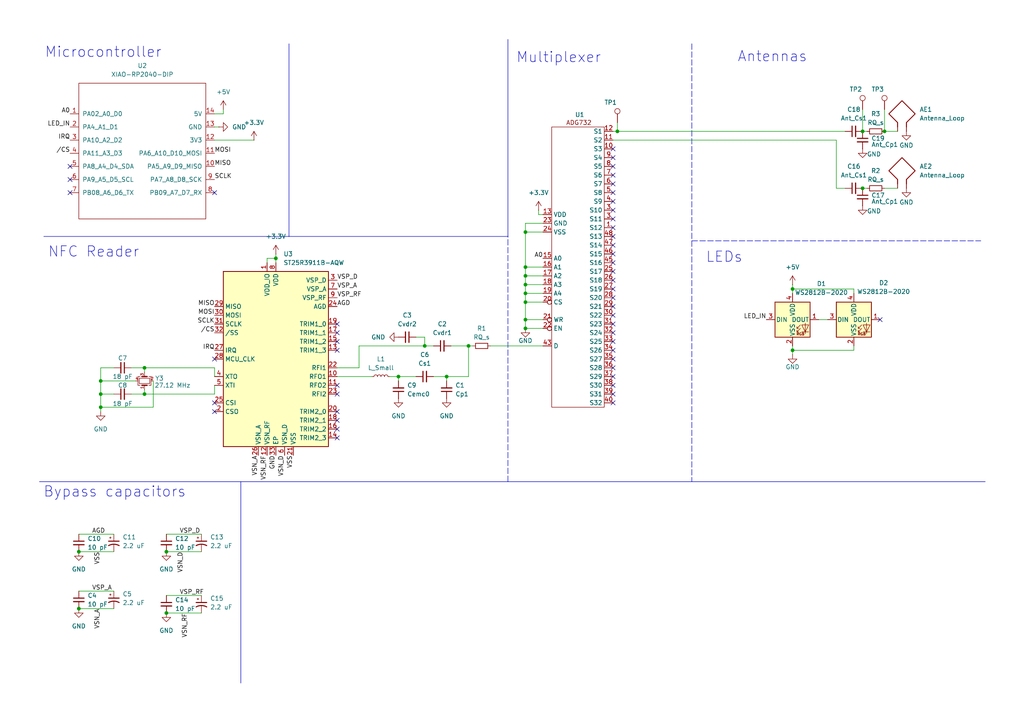
<source format=kicad_sch>
(kicad_sch (version 20250114) (generator "eeschema") (generator_version "9.0")
  (paper "A4")
  (lib_symbols
    (symbol "Connector:TestPoint" (pin_numbers (hide yes)) (pin_names (offset 0.762) (hide yes))
      (property "Reference" "TP" (at 0 6.858 0))
      (property "Value" "TestPoint" (at 0 5.08 0))
      (symbol "TestPoint_0_1"
        (circle (center 0 3.302) (radius 0.762))
      )
      (symbol "TestPoint_1_1"
        (pin passive line (at 0 0 90) (length 2.54) (name "1") (number "1"))
      )
    )
    (symbol "Device:Antenna_Loop" (pin_numbers (hide yes)) (pin_names (offset 1.016) (hide yes))
      (property "Reference" "AE" (at 1.27 6.35 0))
      (property "Value" "Antenna_Loop" (at 1.27 5.08 0))
      (symbol "Antenna_Loop_0_1"
        (polyline (pts (xy 2.54 -3.81) (xy 2.54 -2.54) (xy 5.08 0) (xy 1.27 3.81) (xy -2.54 0) (xy 0 -2.54) (xy 0 -3.81)) (stroke (width 0.254)))
      )
      (symbol "Antenna_Loop_1_1"
        (pin input line (at 0 -5.08 90) (length 2.54) (name "~") (number "1"))
        (pin input line (at 2.54 -5.08 90) (length 2.54) (name "~") (number "2"))
      )
    )
    (symbol "Device:C_Polarized_Small_US" (pin_numbers (hide yes)) (pin_names (offset 0.254) (hide yes))
      (property "Reference" "C" (at 0.254 1.778 0))
      (property "Value" "C_Polarized_Small_US" (at 0.254 -2.032 0))
      (symbol "C_Polarized_Small_US_0_1"
        (polyline (pts (xy -1.524 0.508) (xy 1.524 0.508)) (stroke (width 0.3048)))
        (polyline (pts (xy -1.27 1.524) (xy -0.762 1.524)))
        (polyline (pts (xy -1.016 1.27) (xy -1.016 1.778)))
        (arc (start -1.524 -0.762) (mid 0 -0.3734) (end 1.524 -0.762) (stroke (width 0.3048)))
      )
      (symbol "C_Polarized_Small_US_1_1"
        (pin passive line (at 0 2.54 270) (length 2.032) (name "~") (number "1"))
        (pin passive line (at 0 -2.54 90) (length 2.032) (name "~") (number "2"))
      )
    )
    (symbol "Device:C_Small" (pin_numbers (hide yes)) (pin_names (offset 0.254) (hide yes))
      (property "Reference" "C" (at 0.254 1.778 0))
      (property "Value" "C_Small" (at 0.254 -2.032 0))
      (symbol "C_Small_0_1"
        (polyline (pts (xy -1.524 0.508) (xy 1.524 0.508)) (stroke (width 0.3048)))
        (polyline (pts (xy -1.524 -0.508) (xy 1.524 -0.508)) (stroke (width 0.3302)))
      )
      (symbol "C_Small_1_1"
        (pin passive line (at 0 2.54 270) (length 2.032) (name "~") (number "1"))
        (pin passive line (at 0 -2.54 90) (length 2.032) (name "~") (number "2"))
      )
    )
    (symbol "Device:Crystal_GND24_Small" (pin_names (offset 1.016) (hide yes))
      (property "Reference" "Y" (at 1.27 4.445 0))
      (property "Value" "Crystal_GND24_Small" (at 1.27 2.54 0))
      (symbol "Crystal_GND24_Small_0_1"
        (polyline (pts (xy -1.27 1.27) (xy -1.27 1.905) (xy 1.27 1.905) (xy 1.27 1.27)))
        (polyline (pts (xy -1.27 -0.762) (xy -1.27 0.762)) (stroke (width 0.381)))
        (polyline (pts (xy -1.27 -1.27) (xy -1.27 -1.905) (xy 1.27 -1.905) (xy 1.27 -1.27)))
        (rectangle (start -0.762 -1.524) (end 0.762 1.524))
        (polyline (pts (xy 1.27 -0.762) (xy 1.27 0.762)) (stroke (width 0.381)))
      )
      (symbol "Crystal_GND24_Small_1_1"
        (pin passive line (at -2.54 0 0) (length 1.27) (name "1") (number "1"))
        (pin passive line (at 0 2.54 270) (length 0.635) (name "4") (number "4"))
        (pin passive line (at 0 -2.54 90) (length 0.635) (name "2") (number "2"))
        (pin passive line (at 2.54 0 180) (length 1.27) (name "3") (number "3"))
      )
    )
    (symbol "Device:L_Small" (pin_numbers (hide yes)) (pin_names (offset 0.254) (hide yes))
      (property "Reference" "L" (at 0.762 1.016 0))
      (property "Value" "L_Small" (at 0.762 -1.016 0))
      (symbol "L_Small_0_1"
        (arc (start 0 2.032) (mid 0.5058 1.524) (end 0 1.016))
        (arc (start 0 1.016) (mid 0.5058 0.508) (end 0 0))
        (arc (start 0 0) (mid 0.5058 -0.508) (end 0 -1.016))
        (arc (start 0 -1.016) (mid 0.5058 -1.524) (end 0 -2.032))
      )
      (symbol "L_Small_1_1"
        (pin passive line (at 0 2.54 270) (length 0.508) (name "~") (number "1"))
        (pin passive line (at 0 -2.54 90) (length 0.508) (name "~") (number "2"))
      )
    )
    (symbol "Device:R_Small" (pin_numbers (hide yes)) (pin_names (offset 0.254) (hide yes))
      (property "Reference" "R" (at 0.762 0.508 0))
      (property "Value" "R_Small" (at 0.762 -1.016 0))
      (symbol "R_Small_0_1"
        (rectangle (start -0.762 1.778) (end 0.762 -1.778) (stroke (width 0.2032)))
      )
      (symbol "R_Small_1_1"
        (pin passive line (at 0 2.54 270) (length 0.762) (name "~") (number "1"))
        (pin passive line (at 0 -2.54 90) (length 0.762) (name "~") (number "2"))
      )
    )
    (symbol "LED:WS2812B-2020" (pin_names (offset 0.254))
      (property "Reference" "D" (at 5.08 5.715 0))
      (property "Value" "WS2812B-2020" (at 1.27 -5.715 0))
      (symbol "WS2812B-2020_0_0"
        (text "RGB" (at 2.286 -4.191 0) (effects (font (size 0.762 0.762))))
      )
      (symbol "WS2812B-2020_0_1"
        (polyline (pts (xy 1.27 -2.54) (xy 1.778 -2.54)))
        (polyline (pts (xy 1.27 -3.556) (xy 1.778 -3.556)))
        (polyline (pts (xy 2.286 -1.524) (xy 1.27 -2.54) (xy 1.27 -2.032)))
        (polyline (pts (xy 2.286 -2.54) (xy 1.27 -3.556) (xy 1.27 -3.048)))
        (polyline (pts (xy 3.683 -1.016) (xy 3.683 -3.556) (xy 3.683 -4.064)))
        (polyline (pts (xy 4.699 -1.524) (xy 2.667 -1.524) (xy 3.683 -3.556) (xy 4.699 -1.524)))
        (polyline (pts (xy 4.699 -3.556) (xy 2.667 -3.556)))
        (rectangle (start 5.08 5.08) (end -5.08 -5.08) (stroke (width 0.254)) (fill (type background)))
      )
      (symbol "WS2812B-2020_1_1"
        (pin input line (at -7.62 0 0) (length 2.54) (name "DIN") (number "3"))
        (pin power_in line (at 0 7.62 270) (length 2.54) (name "VDD") (number "4"))
        (pin power_in line (at 0 -7.62 90) (length 2.54) (name "VSS") (number "2"))
        (pin output line (at 7.62 0 180) (length 2.54) (name "DOUT") (number "1"))
      )
    )
    (symbol "RF_NFC:ST25R3911B-AQW"
      (property "Reference" "U" (at -13.97 26.67 0))
      (property "Value" "ST25R3911B-AQW" (at 10.16 26.67 0))
      (symbol "ST25R3911B-AQW_0_1"
        (rectangle (start -15.24 25.4) (end 15.24 -25.4) (stroke (width 0.254)) (fill (type background)))
      )
      (symbol "ST25R3911B-AQW_1_1"
        (pin output line (at -17.78 15.24 0) (length 2.54) (name "MISO") (number "29"))
        (pin input line (at -17.78 12.7 0) (length 2.54) (name "MOSI") (number "30"))
        (pin input line (at -17.78 10.16 0) (length 2.54) (name "SCLK") (number "31"))
        (pin input line (at -17.78 7.62 0) (length 2.54) (name "/SS") (number "32"))
        (pin output line (at -17.78 2.54 0) (length 2.54) (name "IRQ") (number "27"))
        (pin output line (at -17.78 0 0) (length 2.54) (name "MCU_CLK") (number "28"))
        (pin output line (at -17.78 -5.08 0) (length 2.54) (name "XTO") (number "4"))
        (pin passive line (at -17.78 -7.62 0) (length 2.54) (name "XTI") (number "5"))
        (pin passive line (at -17.78 -12.7 0) (length 2.54) (name "CSI") (number "25"))
        (pin output line (at -17.78 -15.24 0) (length 2.54) (name "CSO") (number "2"))
        (pin power_in line (at -5.08 -27.94 90) (length 2.54) (name "VSN_A") (number "26"))
        (pin power_in line (at -2.54 27.94 270) (length 2.54) (name "VDD_IO") (number "1"))
        (pin power_in line (at -2.54 -27.94 90) (length 2.54) (name "VSN_RF") (number "12"))
        (pin power_in line (at 0 27.94 270) (length 2.54) (name "VDD") (number "8"))
        (pin power_in line (at 0 -27.94 90) (length 2.54) (name "EP") (number "33"))
        (pin power_in line (at 2.54 -27.94 90) (length 2.54) (name "VSN_D") (number "6"))
        (pin power_in line (at 5.08 -27.94 90) (length 2.54) (name "VSS") (number "21"))
        (pin power_out line (at 17.78 22.86 180) (length 2.54) (name "VSP_D") (number "3"))
        (pin power_out line (at 17.78 20.32 180) (length 2.54) (name "VSP_A") (number "7"))
        (pin power_out line (at 17.78 17.78 180) (length 2.54) (name "VSP_RF") (number "9"))
        (pin passive line (at 17.78 15.24 180) (length 2.54) (name "AGD") (number "24"))
        (pin passive line (at 17.78 10.16 180) (length 2.54) (name "TRIM1_0") (number "19"))
        (pin passive line (at 17.78 7.62 180) (length 2.54) (name "TRIM1_1") (number "17"))
        (pin passive line (at 17.78 5.08 180) (length 2.54) (name "TRIM1_2") (number "15"))
        (pin passive line (at 17.78 2.54 180) (length 2.54) (name "TRIM1_3") (number "13"))
        (pin passive line (at 17.78 -2.54 180) (length 2.54) (name "RFI1") (number "22"))
        (pin output line (at 17.78 -5.08 180) (length 2.54) (name "RFO1") (number "10"))
        (pin output line (at 17.78 -7.62 180) (length 2.54) (name "RFO2") (number "11"))
        (pin passive line (at 17.78 -10.16 180) (length 2.54) (name "RFI2") (number "23"))
        (pin passive line (at 17.78 -15.24 180) (length 2.54) (name "TRIM2_0") (number "20"))
        (pin passive line (at 17.78 -17.78 180) (length 2.54) (name "TRIM2_1") (number "18"))
        (pin passive line (at 17.78 -20.32 180) (length 2.54) (name "TRIM2_2") (number "16"))
        (pin passive line (at 17.78 -22.86 180) (length 2.54) (name "TRIM2_3") (number "14"))
      )
    )
    (symbol "Seeeduino:XIAO-RP2040-DIP" (pin_names (offset 1.016))
      (property "Reference" "U" (at -18.542 23.114 0))
      (property "Value" "XIAO-RP2040-DIP" (at -10.16 21.336 0))
      (symbol "XIAO-RP2040-DIP_0_1"
        (rectangle (start -19.05 20.32) (end 17.78 -19.05))
      )
      (symbol "XIAO-RP2040-DIP_1_1"
        (pin passive line (at -21.59 11.43 0) (length 2.54) (name "PA02_A0_D0") (number "1"))
        (pin passive line (at -21.59 7.62 0) (length 2.54) (name "PA4_A1_D1") (number "2"))
        (pin passive line (at -21.59 3.81 0) (length 2.54) (name "PA10_A2_D2") (number "3"))
        (pin passive line (at -21.59 0 0) (length 2.54) (name "PA11_A3_D3") (number "4"))
        (pin passive line (at -21.59 -3.81 0) (length 2.54) (name "PA8_A4_D4_SDA") (number "5"))
        (pin passive line (at -21.59 -7.62 0) (length 2.54) (name "PA9_A5_D5_SCL") (number "6"))
        (pin passive line (at -21.59 -11.43 0) (length 2.54) (name "PB08_A6_D6_TX") (number "7"))
        (pin passive line (at 20.32 11.43 180) (length 2.54) (name "5V") (number "14"))
        (pin passive line (at 20.32 7.62 180) (length 2.54) (name "GND") (number "13"))
        (pin passive line (at 20.32 3.81 180) (length 2.54) (name "3V3") (number "12"))
        (pin passive line (at 20.32 0 180) (length 2.54) (name "PA6_A10_D10_MOSI") (number "11"))
        (pin passive line (at 20.32 -3.81 180) (length 2.54) (name "PA5_A9_D9_MISO") (number "10"))
        (pin passive line (at 20.32 -7.62 180) (length 2.54) (name "PA7_A8_D8_SCK") (number "9"))
        (pin passive line (at 20.32 -11.43 180) (length 2.54) (name "PB09_A7_D7_RX") (number "8"))
      )
    )
    (symbol "power:+3.3V" (power) (pin_numbers (hide yes)) (pin_names (offset 0) (hide yes))
      (property "Value" "+3.3V" (at 0 3.556 0))
      (symbol "+3.3V_0_1"
        (polyline (pts (xy -0.762 1.27) (xy 0 2.54)))
        (polyline (pts (xy 0 2.54) (xy 0.762 1.27)))
        (polyline (pts (xy 0 0) (xy 0 2.54)))
      )
      (symbol "+3.3V_1_1"
        (pin power_in line (at 0 0 90) (length 0) (name "~") (number "1"))
      )
    )
    (symbol "power:+5V" (power) (pin_numbers (hide yes)) (pin_names (offset 0) (hide yes))
      (property "Value" "+5V" (at 0 3.556 0))
      (symbol "+5V_0_1"
        (polyline (pts (xy -0.762 1.27) (xy 0 2.54)))
        (polyline (pts (xy 0 2.54) (xy 0.762 1.27)))
        (polyline (pts (xy 0 0) (xy 0 2.54)))
      )
      (symbol "+5V_1_1"
        (pin power_in line (at 0 0 90) (length 0) (name "~") (number "1"))
      )
    )
    (symbol "power:GND" (power) (pin_numbers (hide yes)) (pin_names (offset 0) (hide yes))
      (property "Value" "GND" (at 0 -3.81 0))
      (symbol "GND_0_1"
        (polyline (pts (xy 0 0) (xy 0 -1.27) (xy 1.27 -1.27) (xy 0 -2.54) (xy -1.27 -1.27) (xy 0 -1.27)))
      )
      (symbol "GND_1_1"
        (pin power_in line (at 0 0 270) (length 0) (name "~") (number "1"))
      )
    )
    (symbol "specific:ADG732"
      (property "Reference" "U" (at 7.62 3.556 0))
      (symbol "ADG732_1_1"
        (rectangle (start 0 0) (end 15.24 -81.28))
        (text "ADG732" (at 7.874 1.27 0) (effects (font (size 1.27 1.27))))
        (pin power_in line (at -2.54 -25.4 0) (length 2.54) (name "VDD") (number "13"))
        (pin tri_state line (at -2.54 -25.4 0) (length 2.54) (hide yes) (name "VDD") (number "14"))
        (pin power_in line (at -2.54 -27.94 0) (length 2.54) (name "GND") (number "23"))
        (pin power_in line (at -2.54 -30.48 0) (length 2.54) (name "VSS") (number "24"))
        (pin input line (at -2.54 -38.1 0) (length 2.54) (name "A0") (number "15"))
        (pin input line (at -2.54 -40.64 0) (length 2.54) (name "A1") (number "16"))
        (pin input line (at -2.54 -43.18 0) (length 2.54) (name "A2") (number "17"))
        (pin input line (at -2.54 -45.72 0) (length 2.54) (name "A3") (number "18"))
        (pin input line (at -2.54 -48.26 0) (length 2.54) (name "A4") (number "19"))
        (pin input inverted (at -2.54 -50.8 0) (length 2.54) (name "CS") (number "20"))
        (pin input inverted (at -2.54 -55.88 0) (length 2.54) (name "WR") (number "21"))
        (pin input inverted (at -2.54 -58.42 0) (length 2.54) (name "EN") (number "22"))
        (pin bidirectional line (at -2.54 -63.5 0) (length 2.54) (name "D") (number "43"))
        (pin no_connect non_logic (at 7.62 -40.64 90) (length 2.54) (hide yes) (name "NIC") (number "41"))
        (pin no_connect non_logic (at 7.62 -40.64 90) (length 2.54) (hide yes) (name "NIC") (number "42"))
        (pin no_connect non_logic (at 7.62 -40.64 90) (length 2.54) (hide yes) (name "NIC") (number "44"))
        (pin tri_state line (at 17.78 -1.27 180) (length 2.54) (name "S1") (number "12"))
        (pin tri_state line (at 17.78 -3.81 180) (length 2.54) (name "S2") (number "11"))
        (pin tri_state line (at 17.78 -6.35 180) (length 2.54) (name "S3") (number "10"))
        (pin tri_state line (at 17.78 -8.89 180) (length 2.54) (name "S4") (number "9"))
        (pin tri_state line (at 17.78 -11.43 180) (length 2.54) (name "S5") (number "8"))
        (pin tri_state line (at 17.78 -13.97 180) (length 2.54) (name "S6") (number "7"))
        (pin tri_state line (at 17.78 -16.51 180) (length 2.54) (name "S7") (number "6"))
        (pin tri_state line (at 17.78 -19.05 180) (length 2.54) (name "S8") (number "5"))
        (pin tri_state line (at 17.78 -21.59 180) (length 2.54) (name "S9") (number "4"))
        (pin tri_state line (at 17.78 -24.13 180) (length 2.54) (name "S10") (number "3"))
        (pin tri_state line (at 17.78 -26.67 180) (length 2.54) (name "S11") (number "3"))
        (pin tri_state line (at 17.78 -29.21 180) (length 2.54) (name "S12") (number "1"))
        (pin tri_state line (at 17.78 -31.75 180) (length 2.54) (name "S13") (number "48"))
        (pin tri_state line (at 17.78 -34.29 180) (length 2.54) (name "S14") (number "47"))
        (pin tri_state line (at 17.78 -36.83 180) (length 2.54) (name "S15") (number "46"))
        (pin tri_state line (at 17.78 -39.37 180) (length 2.54) (name "S16") (number "45"))
        (pin tri_state line (at 17.78 -41.91 180) (length 2.54) (name "S17") (number "25"))
        (pin tri_state line (at 17.78 -44.45 180) (length 2.54) (name "S18") (number "26"))
        (pin tri_state line (at 17.78 -46.99 180) (length 2.54) (name "S19") (number "27"))
        (pin tri_state line (at 17.78 -49.53 180) (length 2.54) (name "S20") (number "28"))
        (pin tri_state line (at 17.78 -52.07 180) (length 2.54) (name "S21") (number "29"))
        (pin tri_state line (at 17.78 -54.61 180) (length 2.54) (name "S22") (number "30"))
        (pin tri_state line (at 17.78 -57.15 180) (length 2.54) (name "S23") (number "31"))
        (pin tri_state line (at 17.78 -59.69 180) (length 2.54) (name "S24") (number "32"))
        (pin tri_state line (at 17.78 -62.23 180) (length 2.54) (name "S25") (number "33"))
        (pin tri_state line (at 17.78 -64.77 180) (length 2.54) (name "S26") (number "34"))
        (pin tri_state line (at 17.78 -67.31 180) (length 2.54) (name "S27") (number "35"))
        (pin tri_state line (at 17.78 -69.85 180) (length 2.54) (name "S28") (number "36"))
        (pin tri_state line (at 17.78 -72.39 180) (length 2.54) (name "S29") (number "37"))
        (pin tri_state line (at 17.78 -74.93 180) (length 2.54) (name "S30") (number "38"))
        (pin tri_state line (at 17.78 -77.47 180) (length 2.54) (name "S31") (number "39"))
        (pin tri_state line (at 17.78 -80.01 180) (length 2.54) (name "S32") (number "40"))
      )
    )
  )
  (text "Multiplexer" (at 162.052 16.764 0) (effects (font (size 3 3))))
  (text "Microcontroller" (at 29.972 15.24 0) (effects (font (size 3 3))))
  (text "LEDs" (at 210.058 74.676 0) (effects (font (size 3 3))))
  (text "Bypass capacitors" (at 33.274 142.748 0) (effects (font (size 3 3))))
  (text "Antennas" (at 224.028 16.51 0) (effects (font (size 3 3))))
  (text "NFC Reader" (at 27.178 73.152 0) (effects (font (size 3 3))))
  (junction (at 152.4 95.25))
  (junction (at 41.91 114.3))
  (junction (at 152.4 85.09))
  (junction (at 80.01 74.93))
  (junction (at 179.07 38.1))
  (junction (at 123.19 100.33))
  (junction (at 41.91 106.68))
  (junction (at 250.19 38.1))
  (junction (at 152.4 80.01))
  (junction (at 152.4 87.63))
  (junction (at 152.4 92.71))
  (junction (at 250.19 54.61))
  (junction (at 29.21 110.49))
  (junction (at 48.26 160.02))
  (junction (at 22.86 176.53))
  (junction (at 29.21 118.11))
  (junction (at 48.26 177.8))
  (junction (at 229.87 83.82))
  (junction (at 135.89 100.33))
  (junction (at 29.21 114.3))
  (junction (at 152.4 82.55))
  (junction (at 22.86 160.02))
  (junction (at 152.4 67.31))
  (junction (at 152.4 77.47))
  (junction (at 115.57 109.22))
  (junction (at 129.54 109.22))
  (junction (at 229.87 101.6))
  (junction (at 256.54 38.1))
  (no_connect (at 177.8 104.14))
  (no_connect (at 20.32 48.26))
  (no_connect (at 177.8 116.84))
  (no_connect (at 177.8 83.82))
  (no_connect (at 62.23 119.38))
  (no_connect (at 177.8 68.58))
  (no_connect (at 20.32 52.07))
  (no_connect (at 177.8 43.18))
  (no_connect (at 97.79 127))
  (no_connect (at 97.79 111.76))
  (no_connect (at 177.8 50.8))
  (no_connect (at 177.8 76.2))
  (no_connect (at 97.79 96.52))
  (no_connect (at 177.8 58.42))
  (no_connect (at 177.8 88.9))
  (no_connect (at 177.8 78.74))
  (no_connect (at 62.23 55.88))
  (no_connect (at 97.79 101.6))
  (no_connect (at 177.8 109.22))
  (no_connect (at 177.8 73.66))
  (no_connect (at 177.8 111.76))
  (no_connect (at 177.8 86.36))
  (no_connect (at 177.8 55.88))
  (no_connect (at 97.79 119.38))
  (no_connect (at 177.8 96.52))
  (no_connect (at 177.8 53.34))
  (no_connect (at 177.8 93.98))
  (no_connect (at 177.8 45.72))
  (no_connect (at 177.8 114.3))
  (no_connect (at 255.27 92.71))
  (no_connect (at 177.8 81.28))
  (no_connect (at 97.79 99.06))
  (no_connect (at 97.79 121.92))
  (no_connect (at 177.8 99.06))
  (no_connect (at 20.32 55.88))
  (no_connect (at 177.8 66.04))
  (no_connect (at 97.79 124.46))
  (no_connect (at 62.23 104.14))
  (no_connect (at 177.8 60.96))
  (no_connect (at 62.23 116.84))
  (no_connect (at 97.79 93.98))
  (no_connect (at 177.8 63.5))
  (no_connect (at 177.8 48.26))
  (no_connect (at 177.8 106.68))
  (no_connect (at 177.8 71.12))
  (no_connect (at 177.8 101.6))
  (no_connect (at 97.79 114.3))
  (no_connect (at 177.8 91.44))
  (wire (pts (xy 152.4 95.25) (xy 152.4 92.71)))
  (wire (pts (xy 245.11 54.61) (xy 242.57 54.61)))
  (wire (pts (xy 156.21 60.96) (xy 156.21 62.23)))
  (wire (pts (xy 44.45 118.11) (xy 29.21 118.11)))
  (wire (pts (xy 29.21 114.3) (xy 33.02 114.3)))
  (wire (pts (xy 157.48 85.09) (xy 152.4 85.09)))
  (wire (pts (xy 22.86 160.02) (xy 33.02 160.02)))
  (wire (pts (xy 80.01 73.66) (xy 80.01 74.93)))
  (wire (pts (xy 62.23 36.83) (xy 63.5 36.83)))
  (wire (pts (xy 77.47 74.93) (xy 77.47 76.2)))
  (wire (pts (xy 44.45 110.49) (xy 44.45 118.11)))
  (wire (pts (xy 256.54 38.1) (xy 260.35 38.1)))
  (wire (pts (xy 41.91 106.68) (xy 62.23 106.68)))
  (wire (pts (xy 247.65 85.09) (xy 247.65 83.82)))
  (wire (pts (xy 41.91 114.3) (xy 62.23 114.3)))
  (wire (pts (xy 250.19 54.61) (xy 251.46 54.61)))
  (wire (pts (xy 80.01 74.93) (xy 80.01 76.2)))
  (polyline (pts (xy 147.32 11.43) (xy 147.32 68.58)))
  (wire (pts (xy 115.57 109.22) (xy 120.65 109.22)))
  (wire (pts (xy 123.19 100.33) (xy 104.14 100.33)))
  (wire (pts (xy 29.21 114.3) (xy 29.21 118.11)))
  (wire (pts (xy 152.4 77.47) (xy 152.4 80.01)))
  (wire (pts (xy 156.21 62.23) (xy 157.48 62.23)))
  (wire (pts (xy 137.16 100.33) (xy 135.89 100.33)))
  (wire (pts (xy 229.87 82.55) (xy 229.87 83.82)))
  (wire (pts (xy 125.73 109.22) (xy 129.54 109.22)))
  (wire (pts (xy 113.03 109.22) (xy 115.57 109.22)))
  (polyline (pts (xy 147.32 139.7) (xy 147.32 68.58)) (stroke (width 0) (type dash)))
  (polyline (pts (xy 12.7 68.58) (xy 83.82 68.58)))
  (wire (pts (xy 177.8 38.1) (xy 179.07 38.1)))
  (wire (pts (xy 152.4 87.63) (xy 157.48 87.63)))
  (wire (pts (xy 41.91 106.68) (xy 41.91 107.95)))
  (polyline (pts (xy 11.43 139.7) (xy 69.85 139.7)))
  (wire (pts (xy 242.57 54.61) (xy 242.57 40.64)))
  (wire (pts (xy 229.87 83.82) (xy 247.65 83.82)))
  (wire (pts (xy 48.26 154.94) (xy 58.42 154.94)))
  (wire (pts (xy 62.23 109.22) (xy 62.23 106.68)))
  (wire (pts (xy 48.26 172.72) (xy 58.42 172.72)))
  (wire (pts (xy 152.4 82.55) (xy 152.4 80.01)))
  (wire (pts (xy 120.65 97.79) (xy 123.19 97.79)))
  (wire (pts (xy 142.24 100.33) (xy 157.48 100.33)))
  (wire (pts (xy 179.07 35.56) (xy 179.07 38.1)))
  (wire (pts (xy 152.4 67.31) (xy 157.48 67.31)))
  (wire (pts (xy 129.54 109.22) (xy 129.54 110.49)))
  (wire (pts (xy 64.77 33.02) (xy 64.77 31.75)))
  (wire (pts (xy 157.48 82.55) (xy 152.4 82.55)))
  (wire (pts (xy 29.21 110.49) (xy 29.21 106.68)))
  (wire (pts (xy 80.01 74.93) (xy 77.47 74.93)))
  (wire (pts (xy 152.4 92.71) (xy 157.48 92.71)))
  (wire (pts (xy 62.23 40.64) (xy 73.66 40.64)))
  (polyline (pts (xy 200.66 69.85) (xy 284.48 69.85)) (stroke (width 0) (type dash)))
  (wire (pts (xy 152.4 77.47) (xy 157.48 77.47)))
  (polyline (pts (xy 200.66 12.7) (xy 200.66 139.7)) (stroke (width 0) (type dash)))
  (wire (pts (xy 48.26 160.02) (xy 58.42 160.02)))
  (wire (pts (xy 179.07 38.1) (xy 245.11 38.1)))
  (wire (pts (xy 152.4 67.31) (xy 152.4 77.47)))
  (wire (pts (xy 62.23 111.76) (xy 62.23 114.3)))
  (polyline (pts (xy 147.32 68.58) (xy 83.82 68.58)))
  (wire (pts (xy 38.1 114.3) (xy 41.91 114.3)))
  (wire (pts (xy 48.26 177.8) (xy 58.42 177.8)))
  (wire (pts (xy 152.4 92.71) (xy 152.4 87.63)))
  (wire (pts (xy 22.86 154.94) (xy 33.02 154.94)))
  (wire (pts (xy 250.19 38.1) (xy 251.46 38.1)))
  (wire (pts (xy 29.21 114.3) (xy 29.21 110.49)))
  (wire (pts (xy 229.87 100.33) (xy 229.87 101.6)))
  (wire (pts (xy 104.14 106.68) (xy 97.79 106.68)))
  (wire (pts (xy 123.19 97.79) (xy 123.19 100.33)))
  (polyline (pts (xy 69.85 139.7) (xy 147.32 139.7)))
  (wire (pts (xy 250.19 31.75) (xy 250.19 38.1)))
  (wire (pts (xy 104.14 100.33) (xy 104.14 106.68)))
  (wire (pts (xy 247.65 101.6) (xy 247.65 100.33)))
  (wire (pts (xy 29.21 110.49) (xy 39.37 110.49)))
  (polyline (pts (xy 147.32 139.7) (xy 285.75 139.7)))
  (wire (pts (xy 115.57 109.22) (xy 115.57 110.49)))
  (wire (pts (xy 62.23 33.02) (xy 64.77 33.02)))
  (wire (pts (xy 152.4 85.09) (xy 152.4 87.63)))
  (wire (pts (xy 256.54 31.75) (xy 256.54 38.1)))
  (wire (pts (xy 135.89 100.33) (xy 135.89 109.22)))
  (polyline (pts (xy 83.82 12.7) (xy 83.82 68.58)))
  (wire (pts (xy 41.91 113.03) (xy 41.91 114.3)))
  (wire (pts (xy 229.87 101.6) (xy 247.65 101.6)))
  (polyline (pts (xy 69.85 198.12) (xy 69.85 139.7)))
  (wire (pts (xy 125.73 100.33) (xy 123.19 100.33)))
  (wire (pts (xy 229.87 101.6) (xy 229.87 102.87)))
  (wire (pts (xy 256.54 54.61) (xy 260.35 54.61)))
  (wire (pts (xy 229.87 83.82) (xy 229.87 85.09)))
  (wire (pts (xy 129.54 109.22) (xy 135.89 109.22)))
  (wire (pts (xy 97.79 109.22) (xy 107.95 109.22)))
  (wire (pts (xy 22.86 171.45) (xy 33.02 171.45)))
  (wire (pts (xy 157.48 95.25) (xy 152.4 95.25)))
  (wire (pts (xy 152.4 64.77) (xy 152.4 67.31)))
  (wire (pts (xy 22.86 176.53) (xy 33.02 176.53)))
  (wire (pts (xy 152.4 82.55) (xy 152.4 85.09)))
  (wire (pts (xy 38.1 106.68) (xy 41.91 106.68)))
  (wire (pts (xy 29.21 118.11) (xy 29.21 119.38)))
  (wire (pts (xy 157.48 64.77) (xy 152.4 64.77)))
  (wire (pts (xy 237.49 92.71) (xy 240.03 92.71)))
  (wire (pts (xy 29.21 106.68) (xy 33.02 106.68)))
  (wire (pts (xy 130.81 100.33) (xy 135.89 100.33)))
  (wire (pts (xy 152.4 80.01) (xy 157.48 80.01)))
  (wire (pts (xy 177.8 40.64) (xy 242.57 40.64)))
  (label "VSN_D" (at 82.55 132.08 270))
  (label "VSP_D" (at 97.79 81.28 0))
  (label "VSP_A" (at 26.67 171.45 0))
  (label "MISO" (at 62.23 48.26 0))
  (label "VSN_RF" (at 77.47 132.08 270))
  (label "VSP_RF" (at 97.79 86.36 0))
  (label "SCLK" (at 62.23 52.07 0))
  (label "MISO" (at 62.23 88.9 180))
  (label "{slash}CS" (at 20.32 44.45 180))
  (label "GND" (at 80.01 132.08 270))
  (label "LED_IN" (at 222.25 92.71 180))
  (label "VSN_A" (at 29.21 176.53 270))
  (label "VSP_RF" (at 52.07 172.72 0))
  (label "A0" (at 20.32 33.02 180))
  (label "SCLK" (at 62.23 93.98 180))
  (label "AGD" (at 97.79 88.9 0))
  (label "AGD" (at 26.67 154.94 0))
  (label "VSP_A" (at 97.79 83.82 0))
  (label "IRQ" (at 20.32 40.64 180))
  (label "VSN_RF" (at 54.61 177.8 270))
  (label "MOSI" (at 62.23 44.45 0))
  (label "VSN_D" (at 53.34 160.02 270))
  (label "{slash}CS" (at 62.23 96.52 180))
  (label "A0" (at 157.48 74.93 180))
  (label "VSN_A" (at 74.93 132.08 270))
  (label "MOSI" (at 62.23 91.44 180))
  (label "LED_IN" (at 20.32 36.83 180))
  (label "VSP_D" (at 52.07 154.94 0))
  (label "VSS" (at 29.21 160.02 270))
  (label "IRQ" (at 62.23 101.6 180))
  (label "VSS" (at 85.09 132.08 270))
  (symbol (lib_id "Device:C_Small") (at 48.26 157.48 0) (unit 1)
    (property "Reference" "C12" (at 50.8 156.2162 0) (effects (justify left)))
    (property "Value" "10 pF" (at 50.8 158.7562 0) (effects (justify left)))
    (property "Footprint" "Capacitor_SMD:C_0805_2012Metric" (effects (hide yes)))
    (property "Description" "Unpolarized capacitor, small symbol" (effects (hide yes)))
  )
  (symbol (lib_id "Device:Antenna_Loop") (at 260.35 33.02 0) (unit 1)
    (property "Reference" "AE1" (at 266.7 31.7499 0) (effects (justify left)))
    (property "Value" "Antenna_Loop" (at 266.7 34.2899 0) (effects (justify left)))
    (property "Footprint" "nfc_antenna:NFC_antenna" (effects (hide yes)))
    (property "Description" "Loop antenna" (effects (hide yes)))
  )
  (symbol (lib_id "Device:C_Polarized_Small_US") (at 33.02 173.99 0) (unit 1)
    (property "Reference" "C5" (at 35.56 172.2881 0) (effects (justify left)))
    (property "Value" "2.2 uF" (at 35.56 174.8281 0) (effects (justify left)))
    (property "Footprint" "Capacitor_SMD:C_0805_2012Metric" (effects (hide yes)))
    (property "Description" "Polarized capacitor, small US symbol" (effects (hide yes)))
  )
  (symbol (lib_id "power:GND") (at 250.19 43.18 0) (unit 1)
    (property "Reference" "#PWR02" (effects (hide yes)))
    (property "Value" "GND" (at 253.492 44.704 0))
    (property "Description" "Power symbol creates a global label with name \"GND\" , ground" (effects (hide yes)))
  )
  (symbol (lib_id "Device:C_Small") (at 247.65 38.1 90) (unit 1)
    (property "Reference" "C18" (at 247.6563 31.75 90))
    (property "Value" "Ant_Cs1" (at 247.6563 34.29 90))
    (property "Footprint" "Capacitor_SMD:C_0805_2012Metric" (effects (hide yes)))
    (property "Description" "Unpolarized capacitor, small symbol" (effects (hide yes)))
  )
  (symbol (lib_id "Device:C_Polarized_Small_US") (at 58.42 157.48 0) (unit 1)
    (property "Reference" "C13" (at 60.96 155.7781 0) (effects (justify left)))
    (property "Value" "2.2 uF" (at 60.96 158.3181 0) (effects (justify left)))
    (property "Footprint" "Capacitor_SMD:C_0805_2012Metric" (effects (hide yes)))
    (property "Description" "Polarized capacitor, small US symbol" (effects (hide yes)))
  )
  (symbol (lib_id "power:GND") (at 262.89 54.61 0) (unit 1)
    (property "Reference" "#PWR04" (effects (hide yes)))
    (property "Value" "GND" (at 262.89 58.674 0))
    (property "Description" "Power symbol creates a global label with name \"GND\" , ground" (effects (hide yes)))
  )
  (symbol (lib_id "specific:ADG732") (at 160.02 36.83 0) (unit 1)
    (property "Reference" "U1" (at 168.148 33.274 0))
    (property "Value" "~" (at 154.94 -6.35 0))
    (property "Footprint" "Package_QFP:TQFP-48_7x7mm_P0.5mm" (effects (hide yes)))
    (property "Datasheet" "https://www.mouser.co.uk/ProductDetail/Analog-Devices/ADG732BSUZ-REEL?qs=BpaRKvA4VqGYLEdHjoL3%2FQ%3D%3D" (effects (hide yes)))
  )
  (symbol (lib_id "power:GND") (at 115.57 97.79 270) (unit 1)
    (property "Reference" "#PWR011" (effects (hide yes)))
    (property "Value" "GND" (at 111.76 97.7899 90) (effects (justify right)))
    (property "Description" "Power symbol creates a global label with name \"GND\" , ground" (effects (hide yes)))
  )
  (symbol (lib_id "power:GND") (at 115.57 115.57 0) (unit 1)
    (property "Reference" "#PWR09" (effects (hide yes)))
    (property "Value" "GND" (at 115.57 120.65 0))
    (property "Description" "Power symbol creates a global label with name \"GND\" , ground" (effects (hide yes)))
  )
  (symbol (lib_id "power:+5V") (at 229.87 82.55 0) (unit 1)
    (property "Reference" "#PWR019" (effects (hide yes)))
    (property "Value" "+5V" (at 229.87 77.47 0))
    (property "Description" "Power symbol creates a global label with name \"+5V\"" (effects (hide yes)))
  )
  (symbol (lib_id "power:GND") (at 229.87 102.87 0) (unit 1)
    (property "Reference" "#PWR018" (effects (hide yes)))
    (property "Value" "GND" (at 229.87 106.426 0))
    (property "Description" "Power symbol creates a global label with name \"GND\" , ground" (effects (hide yes)))
  )
  (symbol (lib_id "power:+3.3V") (at 73.66 40.64 0) (unit 1)
    (property "Reference" "#PWR07" (effects (hide yes)))
    (property "Value" "+3.3V" (at 73.66 35.56 0))
    (property "Description" "Power symbol creates a global label with name \"+3.3V\"" (effects (hide yes)))
  )
  (symbol (lib_id "power:GND") (at 262.89 38.1 0) (unit 1)
    (property "Reference" "#PWR01" (effects (hide yes)))
    (property "Value" "GND" (at 262.89 42.164 0))
    (property "Description" "Power symbol creates a global label with name \"GND\" , ground" (effects (hide yes)))
  )
  (symbol (lib_id "power:GND") (at 129.54 115.57 0) (unit 1)
    (property "Reference" "#PWR010" (effects (hide yes)))
    (property "Value" "GND" (at 129.54 120.65 0))
    (property "Description" "Power symbol creates a global label with name \"GND\" , ground" (effects (hide yes)))
  )
  (symbol (lib_id "Device:Antenna_Loop") (at 260.35 49.53 0) (unit 1)
    (property "Reference" "AE2" (at 266.7 48.2599 0) (effects (justify left)))
    (property "Value" "Antenna_Loop" (at 266.7 50.7999 0) (effects (justify left)))
    (property "Footprint" "nfc_antenna:NFC_antenna" (effects (hide yes)))
    (property "Description" "Loop antenna" (effects (hide yes)))
  )
  (symbol (lib_id "Device:C_Polarized_Small_US") (at 33.02 157.48 0) (unit 1)
    (property "Reference" "C11" (at 35.56 155.7781 0) (effects (justify left)))
    (property "Value" "2.2 uF" (at 35.56 158.3181 0) (effects (justify left)))
    (property "Footprint" "Capacitor_SMD:C_0805_2012Metric" (effects (hide yes)))
    (property "Description" "Polarized capacitor, small US symbol" (effects (hide yes)))
  )
  (symbol (lib_id "Device:C_Small") (at 48.26 175.26 0) (unit 1)
    (property "Reference" "C14" (at 50.8 173.9962 0) (effects (justify left)))
    (property "Value" "10 pF" (at 50.8 176.5362 0) (effects (justify left)))
    (property "Footprint" "Capacitor_SMD:C_0805_2012Metric" (effects (hide yes)))
    (property "Description" "Unpolarized capacitor, small symbol" (effects (hide yes)))
  )
  (symbol (lib_id "Device:C_Small") (at 22.86 157.48 0) (unit 1)
    (property "Reference" "C10" (at 25.4 156.2162 0) (effects (justify left)))
    (property "Value" "10 pF" (at 25.4 158.7562 0) (effects (justify left)))
    (property "Footprint" "Capacitor_SMD:C_0805_2012Metric" (effects (hide yes)))
    (property "Description" "Unpolarized capacitor, small symbol" (effects (hide yes)))
  )
  (symbol (lib_id "Connector:TestPoint") (at 256.54 31.75 0) (unit 1)
    (property "Reference" "TP3" (at 252.73 25.908 0) (effects (justify left)))
    (property "Value" "TestPoint" (effects (hide yes)))
    (property "Footprint" "TestPoint:TestPoint_Pad_D1.0mm" (effects (hide yes)))
    (property "Description" "test point" (effects (hide yes)))
  )
  (symbol (lib_id "Device:C_Small") (at 115.57 113.03 180) (unit 1)
    (property "Reference" "C9" (at 118.11 111.7535 0) (effects (justify right)))
    (property "Value" "Cemc0" (at 118.11 114.2935 0) (effects (justify right)))
    (property "Footprint" "Capacitor_SMD:C_0805_2012Metric" (effects (hide yes)))
    (property "Description" "Unpolarized capacitor, small symbol" (effects (hide yes)))
  )
  (symbol (lib_id "power:GND") (at 22.86 160.02 0) (unit 1)
    (property "Reference" "#PWR06" (effects (hide yes)))
    (property "Value" "GND" (at 22.86 165.1 0))
    (property "Description" "Power symbol creates a global label with name \"GND\" , ground" (effects (hide yes)))
  )
  (symbol (lib_id "LED:WS2812B-2020") (at 229.87 92.71 0) (unit 1)
    (property "Reference" "D1" (at 238.252 82.296 0))
    (property "Value" "WS2812B-2020" (at 238.252 84.836 0))
    (property "Footprint" "LED_SMD:LED_WS2812B-2020_PLCC4_2.0x2.0mm" (effects (hide yes)))
    (property "Datasheet" "https://cdn-shop.adafruit.com/product-files/4684/4684_WS2812B-2020_V1.3_EN.pdf" (effects (hide yes)))
    (property "Description" "RGB LED with integrated controller, 2.0 x 2.0 mm, 12 mA" (effects (hide yes)))
  )
  (symbol (lib_id "Seeeduino:XIAO-RP2040-DIP") (at 41.91 44.45 0) (unit 1)
    (property "Reference" "U2" (at 41.275 19.05 0))
    (property "Value" "XIAO-RP2040-DIP" (at 41.275 21.59 0))
    (property "Footprint" "Seeeduino:XIAO-RP2040-SMD" (effects (hide yes)))
    (property "Datasheet" "https://www.mouser.co.uk/datasheet/2/609/ADG726_732-1503078.pdf" (effects (hide yes)))
  )
  (symbol (lib_id "Connector:TestPoint") (at 250.19 31.75 0) (unit 1)
    (property "Reference" "TP2" (at 246.38 25.908 0) (effects (justify left)))
    (property "Value" "TestPoint" (effects (hide yes)))
    (property "Footprint" "TestPoint:TestPoint_Pad_D1.0mm" (effects (hide yes)))
    (property "Description" "test point" (effects (hide yes)))
  )
  (symbol (lib_id "Device:C_Small") (at 247.65 54.61 90) (unit 1)
    (property "Reference" "C16" (at 247.6563 48.26 90))
    (property "Value" "Ant_Cs1" (at 247.6563 50.8 90))
    (property "Footprint" "Capacitor_SMD:C_0805_2012Metric" (effects (hide yes)))
    (property "Description" "Unpolarized capacitor, small symbol" (effects (hide yes)))
  )
  (symbol (lib_id "Device:R_Small") (at 254 54.61 90) (unit 1)
    (property "Reference" "R2" (at 254 49.53 90))
    (property "Value" "RQ_s" (at 254 52.07 90))
    (property "Footprint" "Resistor_SMD:R_0805_2012Metric" (effects (hide yes)))
    (property "Description" "Resistor, small symbol" (effects (hide yes)))
  )
  (symbol (lib_id "Device:C_Small") (at 22.86 173.99 0) (unit 1)
    (property "Reference" "C4" (at 25.4 172.7262 0) (effects (justify left)))
    (property "Value" "10 pF" (at 25.4 175.2662 0) (effects (justify left)))
    (property "Footprint" "Capacitor_SMD:C_0805_2012Metric" (effects (hide yes)))
    (property "Description" "Unpolarized capacitor, small symbol" (effects (hide yes)))
  )
  (symbol (lib_id "power:GND") (at 152.4 95.25 0) (unit 1)
    (property "Reference" "#PWR05" (effects (hide yes)))
    (property "Value" "GND" (at 152.4 98.806 0))
    (property "Description" "Power symbol creates a global label with name \"GND\" , ground" (effects (hide yes)))
  )
  (symbol (lib_id "Device:C_Small") (at 250.19 40.64 0) (unit 1)
    (property "Reference" "C19" (at 252.73 40.132 0) (effects (justify left)))
    (property "Value" "Ant_Cp1" (at 252.73 41.9162 0) (effects (justify left)))
    (property "Footprint" "Capacitor_SMD:C_0805_2012Metric" (effects (hide yes)))
    (property "Description" "Unpolarized capacitor, small symbol" (effects (hide yes)))
  )
  (symbol (lib_id "LED:WS2812B-2020") (at 247.65 92.71 0) (unit 1)
    (property "Reference" "D2" (at 256.286 82.042 0))
    (property "Value" "WS2812B-2020" (at 256.286 84.582 0))
    (property "Footprint" "LED_SMD:LED_WS2812B-2020_PLCC4_2.0x2.0mm" (effects (hide yes)))
    (property "Datasheet" "https://cdn-shop.adafruit.com/product-files/4684/4684_WS2812B-2020_V1.3_EN.pdf" (effects (hide yes)))
    (property "Description" "RGB LED with integrated controller, 2.0 x 2.0 mm, 12 mA" (effects (hide yes)))
  )
  (symbol (lib_id "Device:C_Polarized_Small_US") (at 58.42 175.26 0) (unit 1)
    (property "Reference" "C15" (at 60.96 173.5581 0) (effects (justify left)))
    (property "Value" "2.2 uF" (at 60.96 176.0981 0) (effects (justify left)))
    (property "Footprint" "Capacitor_SMD:C_0805_2012Metric" (effects (hide yes)))
    (property "Description" "Polarized capacitor, small US symbol" (effects (hide yes)))
  )
  (symbol (lib_id "Device:C_Small") (at 35.56 114.3 90) (unit 1)
    (property "Reference" "C8" (at 35.56 111.76 90))
    (property "Value" "18 pF" (at 35.56 117.094 90))
    (property "Footprint" "Capacitor_SMD:C_0805_2012Metric" (effects (hide yes)))
    (property "Description" "Unpolarized capacitor, small symbol" (effects (hide yes)))
  )
  (symbol (lib_id "Device:C_Small") (at 123.19 109.22 90) (unit 1)
    (property "Reference" "C6" (at 123.1963 102.87 90))
    (property "Value" "Cs1" (at 123.1963 105.41 90))
    (property "Footprint" "Capacitor_SMD:C_0805_2012Metric" (effects (hide yes)))
    (property "Description" "Unpolarized capacitor, small symbol" (effects (hide yes)))
  )
  (symbol (lib_id "power:GND") (at 48.26 160.02 0) (unit 1)
    (property "Reference" "#PWR013" (effects (hide yes)))
    (property "Value" "GND" (at 48.26 165.1 0))
    (property "Description" "Power symbol creates a global label with name \"GND\" , ground" (effects (hide yes)))
  )
  (symbol (lib_id "Device:C_Small") (at 250.19 57.15 0) (unit 1)
    (property "Reference" "C17" (at 252.73 56.642 0) (effects (justify left)))
    (property "Value" "Ant_Cp1" (at 252.73 58.4262 0) (effects (justify left)))
    (property "Footprint" "Capacitor_SMD:C_0805_2012Metric" (effects (hide yes)))
    (property "Description" "Unpolarized capacitor, small symbol" (effects (hide yes)))
  )
  (symbol (lib_id "power:GND") (at 48.26 177.8 0) (unit 1)
    (property "Reference" "#PWR014" (effects (hide yes)))
    (property "Value" "GND" (at 48.26 182.88 0))
    (property "Description" "Power symbol creates a global label with name \"GND\" , ground" (effects (hide yes)))
  )
  (symbol (lib_id "power:GND") (at 63.5 36.83 90) (unit 1)
    (property "Reference" "#PWR015" (effects (hide yes)))
    (property "Value" "GND" (at 67.31 36.8299 90) (effects (justify right)))
    (property "Description" "Power symbol creates a global label with name \"GND\" , ground" (effects (hide yes)))
  )
  (symbol (lib_id "Device:C_Small") (at 35.56 106.68 270) (unit 1)
    (property "Reference" "C7" (at 35.56 103.886 90))
    (property "Value" "18 pF" (at 35.56 109.22 90))
    (property "Footprint" "Capacitor_SMD:C_0805_2012Metric" (effects (hide yes)))
    (property "Description" "Unpolarized capacitor, small symbol" (effects (hide yes)))
  )
  (symbol (lib_id "Device:R_Small") (at 254 38.1 90) (unit 1)
    (property "Reference" "R3" (at 254 33.02 90))
    (property "Value" "RQ_s" (at 254 35.56 90))
    (property "Footprint" "Resistor_SMD:R_0805_2012Metric" (effects (hide yes)))
    (property "Description" "Resistor, small symbol" (effects (hide yes)))
  )
  (symbol (lib_id "RF_NFC:ST25R3911B-AQW") (at 80.01 104.14 0) (unit 1)
    (property "Reference" "U3" (at 82.2041 73.66 0) (effects (justify left)))
    (property "Value" "ST25R3911B-AQW" (at 82.2041 76.2 0) (effects (justify left)))
    (property "Footprint" "Package_DFN_QFN:VQFN-32-1EP_5x5mm_P0.5mm_EP3.5x3.5mm_ThermalVias" (effects (hide yes)))
    (property "Datasheet" "https://www.st.com/resource/en/datasheet/st25r3911b.pdf" (effects (hide yes)))
    (property "Description" "High performance HR reader/NFC initiator with 1.4W supporting VHBR and AAT, VFQFPN32" (effects (hide yes)))
  )
  (symbol (lib_id "power:GND") (at 22.86 176.53 0) (unit 1)
    (property "Reference" "#PWR012" (effects (hide yes)))
    (property "Value" "GND" (at 22.86 181.61 0))
    (property "Description" "Power symbol creates a global label with name \"GND\" , ground" (effects (hide yes)))
  )
  (symbol (lib_id "Device:L_Small") (at 110.49 109.22 90) (unit 1)
    (property "Reference" "L1" (at 110.49 104.14 90))
    (property "Value" "L_Small" (at 110.49 106.68 90))
    (property "Footprint" "Inductor_SMD:L_0805_2012Metric" (effects (hide yes)))
    (property "Description" "Inductor, small symbol" (effects (hide yes)))
  )
  (symbol (lib_id "Device:C_Small") (at 118.11 97.79 270) (unit 1)
    (property "Reference" "C3" (at 118.1036 91.44 90))
    (property "Value" "Cvdr2" (at 118.1036 93.98 90))
    (property "Footprint" "Capacitor_SMD:C_0805_2012Metric" (effects (hide yes)))
    (property "Description" "Unpolarized capacitor, small symbol" (effects (hide yes)))
  )
  (symbol (lib_id "power:+3.3V") (at 80.01 73.66 0) (unit 1)
    (property "Reference" "#PWR017" (effects (hide yes)))
    (property "Value" "+3.3V" (at 80.01 68.58 0))
    (property "Description" "Power symbol creates a global label with name \"+3.3V\"" (effects (hide yes)))
  )
  (symbol (lib_id "power:+5V") (at 64.77 31.75 0) (unit 1)
    (property "Reference" "#PWR020" (effects (hide yes)))
    (property "Value" "+5V" (at 64.77 26.67 0))
    (property "Description" "Power symbol creates a global label with name \"+5V\"" (effects (hide yes)))
  )
  (symbol (lib_id "Device:R_Small") (at 139.7 100.33 90) (unit 1)
    (property "Reference" "R1" (at 139.7 95.25 90))
    (property "Value" "RQ_s" (at 139.7 97.79 90))
    (property "Footprint" "Resistor_SMD:R_0805_2012Metric" (effects (hide yes)))
    (property "Description" "Resistor, small symbol" (effects (hide yes)))
  )
  (symbol (lib_id "power:+3.3V") (at 156.21 60.96 0) (unit 1)
    (property "Reference" "#PWR016" (effects (hide yes)))
    (property "Value" "+3.3V" (at 156.21 55.88 0))
    (property "Description" "Power symbol creates a global label with name \"+3.3V\"" (effects (hide yes)))
  )
  (symbol (lib_id "Device:C_Small") (at 129.54 113.03 180) (unit 1)
    (property "Reference" "C1" (at 132.08 111.7535 0) (effects (justify right)))
    (property "Value" "Cp1" (at 132.08 114.2935 0) (effects (justify right)))
    (property "Footprint" "Capacitor_SMD:C_0805_2012Metric" (effects (hide yes)))
    (property "Description" "Unpolarized capacitor, small symbol" (effects (hide yes)))
  )
  (symbol (lib_id "Device:Crystal_GND24_Small") (at 41.91 110.49 90) (unit 1)
    (property "Reference" "Y3" (at 46.228 109.728 90))
    (property "Value" "27.12 MHz" (at 50.038 111.76 90))
    (property "Footprint" "Crystal:Crystal_SMD_3225-4Pin_3.2x2.5mm" (effects (hide yes)))
    (property "Datasheet" "https://www.mouser.co.uk/ProductDetail/ABRACON/ABM8-27.120MHZ-B4-T?qs=sGAEpiMZZMsBj6bBr9Q9aZiWbAMN9VKZKpbja%252B3RSi5kLxTqDUTUiw%3D%3D" (effects (hide yes)))
    (property "Description" "Four pin crystal, GND on pins 2 and 4, small symbol" (effects (hide yes)))
  )
  (symbol (lib_id "power:GND") (at 29.21 119.38 0) (unit 1)
    (property "Reference" "#PWR08" (effects (hide yes)))
    (property "Value" "GND" (at 29.21 124.46 0))
    (property "Description" "Power symbol creates a global label with name \"GND\" , ground" (effects (hide yes)))
  )
  (symbol (lib_id "power:GND") (at 250.19 59.69 0) (unit 1)
    (property "Reference" "#PWR03" (effects (hide yes)))
    (property "Value" "GND" (at 253.492 61.214 0))
    (property "Description" "Power symbol creates a global label with name \"GND\" , ground" (effects (hide yes)))
  )
  (symbol (lib_id "Connector:TestPoint") (at 179.07 35.56 0) (unit 1)
    (property "Reference" "TP1" (at 175.26 29.718 0) (effects (justify left)))
    (property "Value" "TestPoint" (effects (hide yes)))
    (property "Footprint" "TestPoint:TestPoint_Pad_D1.0mm" (effects (hide yes)))
    (property "Description" "test point" (effects (hide yes)))
  )
  (symbol (lib_id "Device:C_Small") (at 128.27 100.33 90) (unit 1)
    (property "Reference" "C2" (at 128.2763 93.98 90))
    (property "Value" "Cvdr1" (at 128.2763 96.52 90))
    (property "Footprint" "Capacitor_SMD:C_0805_2012Metric" (effects (hide yes)))
    (property "Description" "Unpolarized capacitor, small symbol" (effects (hide yes)))
  )
)
</source>
